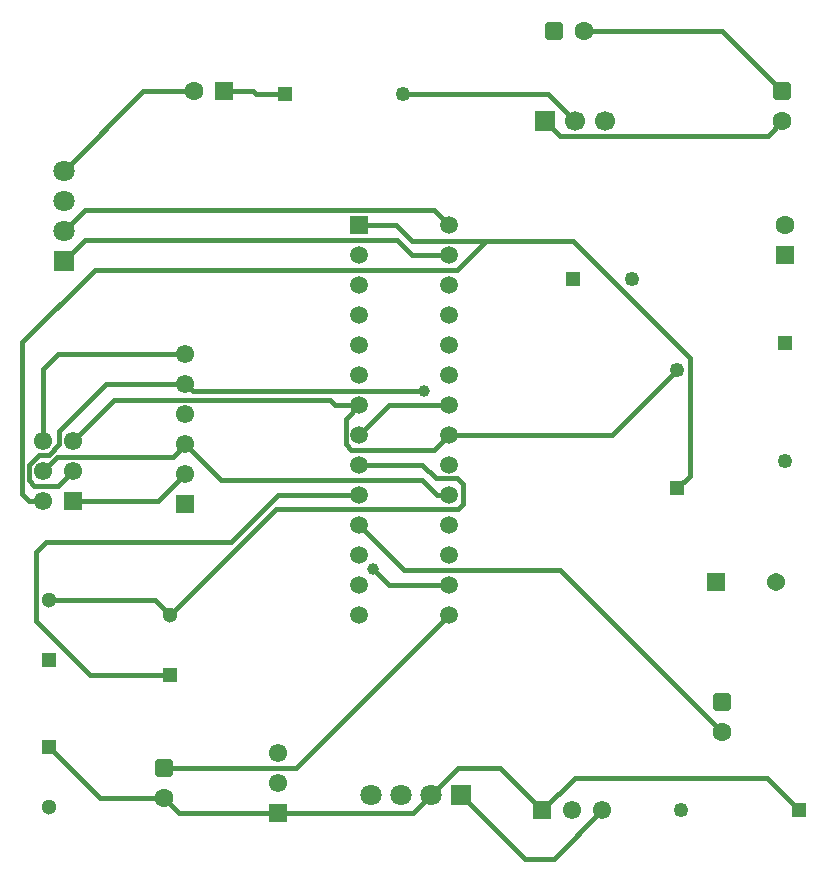
<source format=gbl>
G04*
G04 #@! TF.GenerationSoftware,Altium Limited,Altium Designer,23.8.1 (32)*
G04*
G04 Layer_Physical_Order=2*
G04 Layer_Color=16711680*
%FSLAX25Y25*%
%MOIN*%
G70*
G04*
G04 #@! TF.SameCoordinates,520AAA89-0166-4477-BFE6-35E59259A02F*
G04*
G04*
G04 #@! TF.FilePolarity,Positive*
G04*
G01*
G75*
%ADD19C,0.04921*%
%ADD20R,0.04921X0.04921*%
%ADD21R,0.04921X0.04921*%
%ADD22C,0.06299*%
%ADD23R,0.06299X0.06299*%
%ADD24R,0.06299X0.06299*%
%ADD29C,0.06065*%
%ADD30R,0.06065X0.06065*%
%ADD31C,0.06102*%
%ADD32R,0.06102X0.06102*%
%ADD35R,0.06102X0.06102*%
%ADD41C,0.01500*%
%ADD42C,0.05906*%
G04:AMPARAMS|DCode=43|XSize=62.99mil|YSize=62.99mil|CornerRadius=15.75mil|HoleSize=0mil|Usage=FLASHONLY|Rotation=270.000|XOffset=0mil|YOffset=0mil|HoleType=Round|Shape=RoundedRectangle|*
%AMROUNDEDRECTD43*
21,1,0.06299,0.03150,0,0,270.0*
21,1,0.03150,0.06299,0,0,270.0*
1,1,0.03150,-0.01575,-0.01575*
1,1,0.03150,-0.01575,0.01575*
1,1,0.03150,0.01575,0.01575*
1,1,0.03150,0.01575,-0.01575*
%
%ADD43ROUNDEDRECTD43*%
G04:AMPARAMS|DCode=44|XSize=62.99mil|YSize=62.99mil|CornerRadius=15.75mil|HoleSize=0mil|Usage=FLASHONLY|Rotation=0.000|XOffset=0mil|YOffset=0mil|HoleType=Round|Shape=RoundedRectangle|*
%AMROUNDEDRECTD44*
21,1,0.06299,0.03150,0,0,0.0*
21,1,0.03150,0.06299,0,0,0.0*
1,1,0.03150,0.01575,-0.01575*
1,1,0.03150,-0.01575,-0.01575*
1,1,0.03150,-0.01575,0.01575*
1,1,0.03150,0.01575,0.01575*
%
%ADD44ROUNDEDRECTD44*%
%ADD45C,0.07087*%
%ADD46R,0.07087X0.07087*%
%ADD47C,0.06693*%
%ADD48R,0.06693X0.06693*%
%ADD49R,0.05906X0.05906*%
%ADD50R,0.05118X0.05118*%
%ADD51C,0.05118*%
%ADD52R,0.07087X0.07087*%
%ADD53C,0.03937*%
D19*
X133185Y263000D02*
D03*
X260500Y140815D02*
D03*
X224500Y171185D02*
D03*
X225815Y24500D02*
D03*
X209343Y201500D02*
D03*
D20*
X93815Y263000D02*
D03*
X265185Y24500D02*
D03*
X189657Y201500D02*
D03*
D21*
X260500Y180185D02*
D03*
X224500Y131815D02*
D03*
D22*
X239500Y50500D02*
D03*
X259500Y254000D02*
D03*
X193500Y284000D02*
D03*
X63500Y264000D02*
D03*
X260500Y219500D02*
D03*
X53500Y28500D02*
D03*
D23*
X73500Y264000D02*
D03*
D24*
X260500Y209500D02*
D03*
D29*
X257200Y100500D02*
D03*
D30*
X237500D02*
D03*
D31*
X91500Y43500D02*
D03*
Y33500D02*
D03*
X13000Y147500D02*
D03*
Y137500D02*
D03*
Y127500D02*
D03*
X23000Y147500D02*
D03*
Y137500D02*
D03*
X199500Y24500D02*
D03*
X189500D02*
D03*
X60500Y146500D02*
D03*
Y156500D02*
D03*
Y166500D02*
D03*
Y176500D02*
D03*
Y136500D02*
D03*
D32*
X91500Y23500D02*
D03*
X23000Y127500D02*
D03*
X60500Y126500D02*
D03*
D35*
X179500Y24500D02*
D03*
D41*
X160600Y214100D02*
X189700D01*
X136000D02*
X160600D01*
X151000Y204500D02*
X160600Y214100D01*
X30200Y204500D02*
X151000D01*
X6000Y180300D02*
X30200Y204500D01*
X6000Y129800D02*
Y180300D01*
Y129800D02*
X8300Y127500D01*
X13000D01*
X53500Y38500D02*
X97500D01*
X148500Y89500D01*
X23000Y147500D02*
X36700Y161200D01*
X108600D01*
X110300Y159500D01*
X118500D01*
X20000Y237500D02*
X46500Y264000D01*
X63500D01*
X152500Y29500D02*
X173800Y8200D01*
X183200D01*
X199500Y24500D01*
X113900Y154900D02*
X118500Y159500D01*
X113900Y146300D02*
Y154900D01*
Y146300D02*
X115700Y144500D01*
X143500D01*
X148500Y149500D01*
X202815D01*
X224500Y171185D01*
X15000Y45500D02*
X32000Y28500D01*
X53500D01*
X58500Y23500D01*
X91500D01*
X136500D01*
X142500Y29500D01*
X23000Y127500D02*
X51500D01*
X60500Y136500D01*
X142500Y29500D02*
X151500Y38500D01*
X165500D01*
X179500Y24500D01*
X190200Y35200D01*
X254485D01*
X265185Y24500D01*
X118500Y149500D02*
X128500Y159500D01*
X148500D01*
X181500Y263000D02*
X190500Y254000D01*
X133185Y263000D02*
X181500D01*
X118500Y219500D02*
X130600D01*
X136000Y214100D01*
X189700D02*
X228600Y175200D01*
Y135915D02*
Y175200D01*
X224500Y131815D02*
X228600Y135915D01*
X50500Y94500D02*
X55500Y89500D01*
X15000Y94500D02*
X50500D01*
X55500Y89500D02*
X90700Y124700D01*
X151200D01*
X153100Y126600D01*
Y133000D01*
X151103Y134997D02*
X153100Y133000D01*
X144000Y134997D02*
X151103D01*
X139497Y139500D02*
X144000Y134997D01*
X118500Y139500D02*
X139497D01*
X28800Y69500D02*
X55500D01*
X10800Y87500D02*
X28800Y69500D01*
X10800Y87500D02*
Y110600D01*
X14000Y113800D01*
X75700D01*
X91400Y129500D01*
X118500D01*
X185400Y104600D02*
X239500Y50500D01*
X133400Y104600D02*
X185400D01*
X118500Y119500D02*
X133400Y104600D01*
X123100Y104900D02*
X128500Y99500D01*
X148500D01*
X18000Y132500D02*
X23000Y137500D01*
X10100Y132500D02*
X18000D01*
X8300Y134300D02*
X10100Y132500D01*
X8300Y134300D02*
Y139499D01*
X11700Y142899D01*
X14906D01*
X18300Y146293D01*
Y150700D01*
X34100Y166500D01*
X60500D01*
X62900Y164100D01*
X139900D01*
X13000Y147500D02*
Y171400D01*
X18100Y176500D01*
X60500D01*
X13000Y137500D02*
X17700Y142200D01*
X56200D01*
X60500Y146500D01*
X72500Y134500D01*
X139397D01*
X144397Y129500D01*
X148500D01*
X136000Y209500D02*
X148500D01*
X131000Y214500D02*
X136000Y209500D01*
X27000Y214500D02*
X131000D01*
X20000Y207500D02*
X27000Y214500D01*
X143500Y224500D02*
X148500Y219500D01*
X27000Y224500D02*
X143500D01*
X20000Y217500D02*
X27000Y224500D01*
X254600Y249100D02*
X259500Y254000D01*
X185400Y249100D02*
X254600D01*
X180500Y254000D02*
X185400Y249100D01*
X73500Y264000D02*
X83100D01*
X84100Y263000D01*
X93815D01*
X193500Y284000D02*
X239500D01*
X259500Y264000D01*
D42*
X148500Y89500D02*
D03*
X118500D02*
D03*
X148500Y99500D02*
D03*
Y109500D02*
D03*
Y119500D02*
D03*
Y129500D02*
D03*
Y139500D02*
D03*
Y149500D02*
D03*
Y159500D02*
D03*
Y169500D02*
D03*
Y179500D02*
D03*
Y189500D02*
D03*
Y199500D02*
D03*
Y209500D02*
D03*
Y219500D02*
D03*
X118500Y99500D02*
D03*
Y109500D02*
D03*
Y119500D02*
D03*
Y129500D02*
D03*
Y139500D02*
D03*
Y149500D02*
D03*
Y159500D02*
D03*
Y169500D02*
D03*
Y179500D02*
D03*
Y189500D02*
D03*
Y199500D02*
D03*
Y209500D02*
D03*
D43*
X239500Y60500D02*
D03*
X259500Y264000D02*
D03*
X53500Y38500D02*
D03*
D44*
X183500Y284000D02*
D03*
D45*
X122500Y29500D02*
D03*
X132500D02*
D03*
X142500D02*
D03*
X20000Y237500D02*
D03*
Y227500D02*
D03*
Y217500D02*
D03*
D46*
X152500Y29500D02*
D03*
D47*
X200500Y254000D02*
D03*
X190500D02*
D03*
D48*
X180500D02*
D03*
D49*
X118500Y219500D02*
D03*
D50*
X15000Y74500D02*
D03*
Y45500D02*
D03*
X55500Y69500D02*
D03*
D51*
X15000Y94500D02*
D03*
Y25500D02*
D03*
X55500Y89500D02*
D03*
D52*
X20000Y207500D02*
D03*
D53*
X123100Y104900D02*
D03*
X139900Y164100D02*
D03*
M02*

</source>
